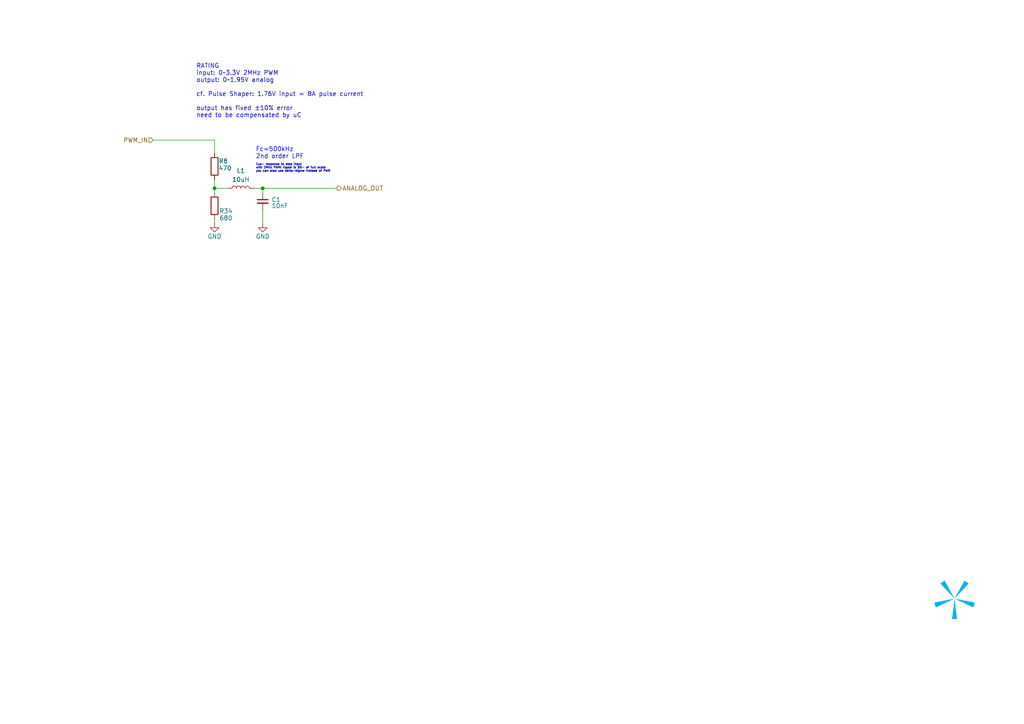
<source format=kicad_sch>
(kicad_sch (version 20231120) (generator "eeschema") (generator_version "8.0")
  (paper "A4")
  (title_block (title "CTRL-MINI-ED") (date "2024-12-11") (rev "1") (company "Spark Project") (comment 1 "Author: 夕月霞 (xyx)") (comment 2 "Electric Discharge Machining board for CTRL-MINI"))
  (lib_symbols
    (symbol "Device:C_Small" (pin_numbers hide) (pin_names (offset 0.254) hide)
      (property "Reference" "C" (at 0.254 1.778 0))
      (property "Value" "C_Small" (at 0.254 -2.032 0))
      (symbol "C_Small_0_1"
        (polyline (pts (xy -1.524 -0.508) (xy 1.524 -0.508)) (stroke (width 0.3302)))
        (polyline (pts (xy -1.524 0.508) (xy 1.524 0.508)) (stroke (width 0.3048)))
      )
      (symbol "C_Small_1_1"
        (pin passive line (at 0 2.54 270) (length 2.032) (name "~") (number "1"))
        (pin passive line (at 0 -2.54 90) (length 2.032) (name "~") (number "2"))
      )
    )
    (symbol "Device:L" (pin_numbers hide) (pin_names (offset 1.016) hide)
      (property "Reference" "L" (at -1.27 0 90))
      (property "Value" "L" (at 1.905 0 90))
      (symbol "L_0_1"
        (arc (start 0 -2.54) (mid 0.6323 -1.905) (end 0 -1.27))
        (arc (start 0 -1.27) (mid 0.6323 -0.635) (end 0 0))
        (arc (start 0 0) (mid 0.6323 0.635) (end 0 1.27))
        (arc (start 0 1.27) (mid 0.6323 1.905) (end 0 2.54))
      )
      (symbol "L_1_1"
        (pin passive line (at 0 3.81 270) (length 1.27) (name "1") (number "1"))
        (pin passive line (at 0 -3.81 90) (length 1.27) (name "2") (number "2"))
      )
    )
    (symbol "Device:R" (pin_numbers hide) (pin_names (offset 0))
      (property "Reference" "R" (at 2.032 0 90))
      (property "Value" "R" (at 0 0 90))
      (symbol "R_0_1"
        (rectangle (start -1.016 -2.54) (end 1.016 2.54) (stroke (width 0.254)))
      )
      (symbol "R_1_1"
        (pin passive line (at 0 3.81 270) (length 1.27) (name "~") (number "1"))
        (pin passive line (at 0 -3.81 90) (length 1.27) (name "~") (number "2"))
      )
    )
    (symbol "power:GND" (power) (pin_numbers hide) (pin_names (offset 0) hide)
      (property "Value" "GND" (at 0 -3.81 0))
      (symbol "GND_0_1"
        (polyline (pts (xy 0 0) (xy 0 -1.27) (xy 1.27 -1.27) (xy 0 -2.54) (xy -1.27 -1.27) (xy 0 -1.27)))
      )
      (symbol "GND_1_1"
        (pin power_in line (at 0 0 270) (length 0) (name "~") (number "1"))
      )
    )
  )
  (junction (at 62.23 54.61))
  (junction (at 76.2 54.61))
  (wire (pts (xy 76.2 60.96) (xy 76.2 64.77)))
  (wire (pts (xy 76.2 55.88) (xy 76.2 54.61)))
  (wire (pts (xy 62.23 52.07) (xy 62.23 54.61)))
  (wire (pts (xy 76.2 54.61) (xy 97.79 54.61)))
  (wire (pts (xy 62.23 54.61) (xy 62.23 55.88)))
  (wire (pts (xy 73.66 54.61) (xy 76.2 54.61)))
  (wire (pts (xy 62.23 63.5) (xy 62.23 64.77)))
  (wire (pts (xy 62.23 44.45) (xy 62.23 40.64)))
  (wire (pts (xy 62.23 40.64) (xy 44.45 40.64)))
  (wire (pts (xy 62.23 54.61) (xy 66.04 54.61)))
  (image (at 276.86 173.99) (scale 1.13867))
  (text "RATING\ninput: 0~3.3V 2MHz PWM\noutput: 0~1.95V analog\n\ncf. Pulse Shaper: 1.76V input = 8A pulse current\n\noutput has fixed ±10% error\nneed to be compensated by uC" (at 56.896 26.416 0) (effects (font (size 1.27 1.27)) (justify left)))
  (text "Fc=500kHz\n2nd order LPF" (at 74.168 44.45 0) (effects (font (size 1.27 1.27)) (justify left)))
  (text "1us- response to step input\nwith 2MHz PWM: ripple is 5%- of full scale\nyou can also use delta-sigma instead of PWM" (at 74.168 48.768 0) (effects (font (size 0.6 0.6)) (justify left)))
  (hierarchical_label "ANALOG_OUT" (shape output) (at 97.79 54.61 0))
  (hierarchical_label "PWM_IN" (shape input) (at 44.45 40.64 180))
  (symbol (lib_id "Device:R") (at 62.23 48.26 0) (unit 1)
    (property "Reference" "R8" (at 64.77 46.736 0))
    (property "Value" "470" (at 65.278 48.768 0))
    (property "Footprint" "Resistor_SMD:R_0603_1608Metric" (effects (hide yes)))
    (property "Description" "Resistor" (effects (hide yes)))
    (property "LCSC" "C21190" (effects (hide yes)))
  )
  (symbol (lib_id "Device:C_Small") (at 76.2 58.42 0) (unit 1)
    (property "Reference" "C1" (at 78.74 57.912 0) (effects (justify left)))
    (property "Value" "10nF" (at 78.74 59.6962 0) (effects (justify left)))
    (property "Footprint" "Capacitor_SMD:C_0603_1608Metric" (effects (hide yes)))
    (property "Description" "Unpolarized capacitor, small symbol" (effects (hide yes)))
    (property "LCSC" "C57112" (effects (hide yes)))
  )
  (symbol (lib_id "Device:R") (at 62.23 59.69 0) (unit 1)
    (property "Reference" "R34" (at 65.532 61.214 0))
    (property "Value" "680" (at 65.532 63.246 0))
    (property "Footprint" "Resistor_SMD:R_0603_1608Metric" (effects (hide yes)))
    (property "Description" "Resistor" (effects (hide yes)))
    (property "LCSC" "C21190" (effects (hide yes)))
  )
  (symbol (lib_id "Device:L") (at 69.85 54.61 90) (unit 1)
    (property "Reference" "L1" (at 69.85 49.53 90))
    (property "Value" "10uH" (at 69.85 52.07 90))
    (property "Footprint" "Inductor_SMD:L_0603_1608Metric" (effects (hide yes)))
    (property "Description" "Inductor" (effects (hide yes)))
    (property "LCSC" "C86083" (effects (hide yes)))
  )
  (symbol (lib_id "power:GND") (at 62.23 64.77 0) (unit 1) (exclude_from_sim yes)
    (property "Reference" "#PWR012" (effects (hide yes)))
    (property "Value" "GND" (at 62.23 68.58 0))
    (property "Description" "Power symbol creates a global label with name \"GND\" , ground" (effects (hide yes)))
  )
  (symbol (lib_id "power:GND") (at 76.2 64.77 0) (unit 1) (exclude_from_sim yes)
    (property "Reference" "#PWR058" (effects (hide yes)))
    (property "Value" "GND" (at 76.2 68.58 0))
    (property "Description" "Power symbol creates a global label with name \"GND\" , ground" (effects (hide yes)))
  )
)
</source>
